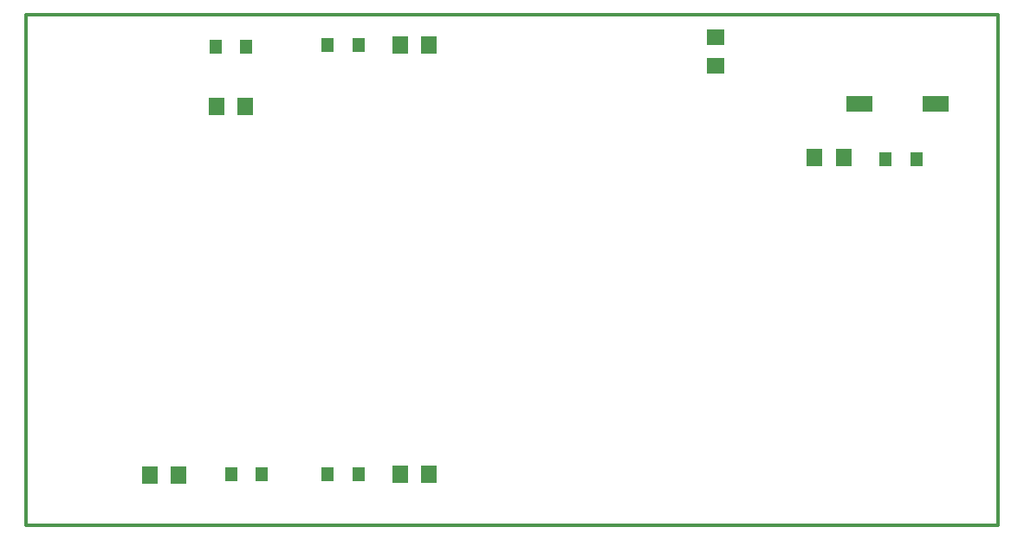
<source format=gbp>
G75*
%MOIN*%
%OFA0B0*%
%FSLAX24Y24*%
%IPPOS*%
%LPD*%
%AMOC8*
5,1,8,0,0,1.08239X$1,22.5*
%
%ADD10C,0.0120*%
%ADD11R,0.0472X0.0551*%
%ADD12R,0.0630X0.0709*%
%ADD13R,0.0984X0.0630*%
%ADD14R,0.0709X0.0630*%
D10*
X000160Y000160D02*
X037562Y000160D01*
X037562Y019845D01*
X000160Y019845D01*
X000160Y000160D01*
D11*
X008052Y002149D03*
X009233Y002149D03*
X011774Y002129D03*
X012955Y002129D03*
X033242Y014281D03*
X034423Y014281D03*
X012955Y018664D03*
X011774Y018664D03*
X008635Y018610D03*
X007453Y018610D03*
D12*
X007483Y016302D03*
X008585Y016302D03*
X014569Y018664D03*
X015672Y018664D03*
X030509Y014344D03*
X031612Y014344D03*
X015672Y002129D03*
X014569Y002129D03*
X006038Y002116D03*
X004936Y002116D03*
D13*
X032240Y016419D03*
X035154Y016419D03*
D14*
X026688Y017883D03*
X026688Y018985D03*
M02*

</source>
